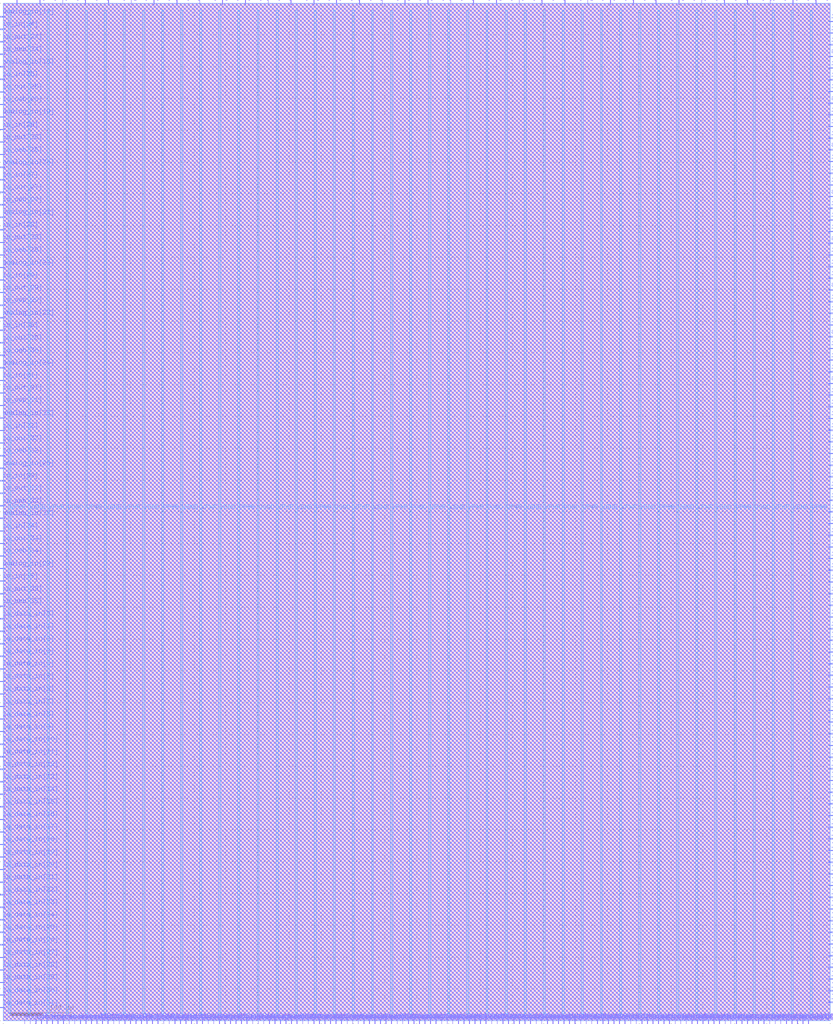
<source format=lef>
VERSION 5.7 ;
  NOWIREEXTENSIONATPIN ON ;
  DIVIDERCHAR "/" ;
  BUSBITCHARS "[]" ;
MACRO user_project
  CLASS BLOCK ;
  FOREIGN user_project ;
  ORIGIN 0.000 0.000 ;
  SIZE 1300.000 BY 1600.000 ;
  PIN VGND
    DIRECTION INOUT ;
    USE GROUND ;
    PORT
      LAYER met4 ;
        RECT 38.970 10.880 42.070 1588.480 ;
    END
    PORT
      LAYER met4 ;
        RECT 98.970 10.880 102.070 1588.480 ;
    END
    PORT
      LAYER met4 ;
        RECT 158.970 10.880 162.070 1588.480 ;
    END
    PORT
      LAYER met4 ;
        RECT 218.970 10.880 222.070 1588.480 ;
    END
    PORT
      LAYER met4 ;
        RECT 278.970 10.880 282.070 1588.480 ;
    END
    PORT
      LAYER met4 ;
        RECT 338.970 10.880 342.070 1588.480 ;
    END
    PORT
      LAYER met4 ;
        RECT 398.970 10.880 402.070 1588.480 ;
    END
    PORT
      LAYER met4 ;
        RECT 458.970 10.880 462.070 1588.480 ;
    END
    PORT
      LAYER met4 ;
        RECT 518.970 10.880 522.070 1588.480 ;
    END
    PORT
      LAYER met4 ;
        RECT 578.970 10.880 582.070 1588.480 ;
    END
    PORT
      LAYER met4 ;
        RECT 638.970 10.880 642.070 1588.480 ;
    END
    PORT
      LAYER met4 ;
        RECT 698.970 10.880 702.070 1588.480 ;
    END
    PORT
      LAYER met4 ;
        RECT 758.970 10.880 762.070 1588.480 ;
    END
    PORT
      LAYER met4 ;
        RECT 818.970 10.880 822.070 1588.480 ;
    END
    PORT
      LAYER met4 ;
        RECT 878.970 10.880 882.070 1588.480 ;
    END
    PORT
      LAYER met4 ;
        RECT 938.970 10.880 942.070 1588.480 ;
    END
    PORT
      LAYER met4 ;
        RECT 998.970 10.880 1002.070 1588.480 ;
    END
    PORT
      LAYER met4 ;
        RECT 1058.970 10.880 1062.070 1588.480 ;
    END
    PORT
      LAYER met4 ;
        RECT 1118.970 10.880 1122.070 1588.480 ;
    END
    PORT
      LAYER met4 ;
        RECT 1178.970 10.880 1182.070 1588.480 ;
    END
    PORT
      LAYER met4 ;
        RECT 1238.970 10.880 1242.070 1588.480 ;
    END
  END VGND
  PIN VPWR
    DIRECTION INOUT ;
    USE POWER ;
    PORT
      LAYER met4 ;
        RECT 8.970 10.880 12.070 1588.480 ;
    END
    PORT
      LAYER met4 ;
        RECT 68.970 10.880 72.070 1588.480 ;
    END
    PORT
      LAYER met4 ;
        RECT 128.970 10.880 132.070 1588.480 ;
    END
    PORT
      LAYER met4 ;
        RECT 188.970 10.880 192.070 1588.480 ;
    END
    PORT
      LAYER met4 ;
        RECT 248.970 10.880 252.070 1588.480 ;
    END
    PORT
      LAYER met4 ;
        RECT 308.970 10.880 312.070 1588.480 ;
    END
    PORT
      LAYER met4 ;
        RECT 368.970 10.880 372.070 1588.480 ;
    END
    PORT
      LAYER met4 ;
        RECT 428.970 10.880 432.070 1588.480 ;
    END
    PORT
      LAYER met4 ;
        RECT 488.970 10.880 492.070 1588.480 ;
    END
    PORT
      LAYER met4 ;
        RECT 548.970 10.880 552.070 1588.480 ;
    END
    PORT
      LAYER met4 ;
        RECT 608.970 10.880 612.070 1588.480 ;
    END
    PORT
      LAYER met4 ;
        RECT 668.970 10.880 672.070 1588.480 ;
    END
    PORT
      LAYER met4 ;
        RECT 728.970 10.880 732.070 1588.480 ;
    END
    PORT
      LAYER met4 ;
        RECT 788.970 10.880 792.070 1588.480 ;
    END
    PORT
      LAYER met4 ;
        RECT 848.970 10.880 852.070 1588.480 ;
    END
    PORT
      LAYER met4 ;
        RECT 908.970 10.880 912.070 1588.480 ;
    END
    PORT
      LAYER met4 ;
        RECT 968.970 10.880 972.070 1588.480 ;
    END
    PORT
      LAYER met4 ;
        RECT 1028.970 10.880 1032.070 1588.480 ;
    END
    PORT
      LAYER met4 ;
        RECT 1088.970 10.880 1092.070 1588.480 ;
    END
    PORT
      LAYER met4 ;
        RECT 1148.970 10.880 1152.070 1588.480 ;
    END
    PORT
      LAYER met4 ;
        RECT 1208.970 10.880 1212.070 1588.480 ;
    END
    PORT
      LAYER met4 ;
        RECT 1268.970 10.880 1272.070 1588.480 ;
    END
  END VPWR
  PIN analog_io[0]
    DIRECTION INOUT ;
    USE SIGNAL ;
    PORT
      LAYER met3 ;
        RECT 1297.600 1001.380 1304.800 1002.580 ;
    END
  END analog_io[0]
  PIN analog_io[10]
    DIRECTION INOUT ;
    USE SIGNAL ;
    PORT
      LAYER met2 ;
        RECT 990.330 1597.600 990.890 1604.800 ;
    END
  END analog_io[10]
  PIN analog_io[11]
    DIRECTION INOUT ;
    USE SIGNAL ;
    PORT
      LAYER met2 ;
        RECT 846.810 1597.600 847.370 1604.800 ;
    END
  END analog_io[11]
  PIN analog_io[12]
    DIRECTION INOUT ;
    USE SIGNAL ;
    PORT
      LAYER met2 ;
        RECT 703.290 1597.600 703.850 1604.800 ;
    END
  END analog_io[12]
  PIN analog_io[13]
    DIRECTION INOUT ;
    USE SIGNAL ;
    PORT
      LAYER met2 ;
        RECT 559.770 1597.600 560.330 1604.800 ;
    END
  END analog_io[13]
  PIN analog_io[14]
    DIRECTION INOUT ;
    USE SIGNAL ;
    PORT
      LAYER met2 ;
        RECT 416.250 1597.600 416.810 1604.800 ;
    END
  END analog_io[14]
  PIN analog_io[15]
    DIRECTION INOUT ;
    USE SIGNAL ;
    PORT
      LAYER met2 ;
        RECT 272.730 1597.600 273.290 1604.800 ;
    END
  END analog_io[15]
  PIN analog_io[16]
    DIRECTION INOUT ;
    USE SIGNAL ;
    PORT
      LAYER met2 ;
        RECT 129.210 1597.600 129.770 1604.800 ;
    END
  END analog_io[16]
  PIN analog_io[17]
    DIRECTION INOUT ;
    USE SIGNAL ;
    PORT
      LAYER met3 ;
        RECT -4.800 1578.020 2.400 1579.220 ;
    END
  END analog_io[17]
  PIN analog_io[18]
    DIRECTION INOUT ;
    USE SIGNAL ;
    PORT
      LAYER met3 ;
        RECT -4.800 1499.140 2.400 1500.340 ;
    END
  END analog_io[18]
  PIN analog_io[19]
    DIRECTION INOUT ;
    USE SIGNAL ;
    PORT
      LAYER met3 ;
        RECT -4.800 1420.260 2.400 1421.460 ;
    END
  END analog_io[19]
  PIN analog_io[1]
    DIRECTION INOUT ;
    USE SIGNAL ;
    PORT
      LAYER met3 ;
        RECT 1297.600 1074.820 1304.800 1076.020 ;
    END
  END analog_io[1]
  PIN analog_io[20]
    DIRECTION INOUT ;
    USE SIGNAL ;
    PORT
      LAYER met3 ;
        RECT -4.800 1341.380 2.400 1342.580 ;
    END
  END analog_io[20]
  PIN analog_io[21]
    DIRECTION INOUT ;
    USE SIGNAL ;
    PORT
      LAYER met3 ;
        RECT -4.800 1262.500 2.400 1263.700 ;
    END
  END analog_io[21]
  PIN analog_io[22]
    DIRECTION INOUT ;
    USE SIGNAL ;
    PORT
      LAYER met3 ;
        RECT -4.800 1183.620 2.400 1184.820 ;
    END
  END analog_io[22]
  PIN analog_io[23]
    DIRECTION INOUT ;
    USE SIGNAL ;
    PORT
      LAYER met3 ;
        RECT -4.800 1104.740 2.400 1105.940 ;
    END
  END analog_io[23]
  PIN analog_io[24]
    DIRECTION INOUT ;
    USE SIGNAL ;
    PORT
      LAYER met3 ;
        RECT -4.800 1025.860 2.400 1027.060 ;
    END
  END analog_io[24]
  PIN analog_io[25]
    DIRECTION INOUT ;
    USE SIGNAL ;
    PORT
      LAYER met3 ;
        RECT -4.800 946.980 2.400 948.180 ;
    END
  END analog_io[25]
  PIN analog_io[26]
    DIRECTION INOUT ;
    USE SIGNAL ;
    PORT
      LAYER met3 ;
        RECT -4.800 868.100 2.400 869.300 ;
    END
  END analog_io[26]
  PIN analog_io[27]
    DIRECTION INOUT ;
    USE SIGNAL ;
    PORT
      LAYER met3 ;
        RECT -4.800 789.220 2.400 790.420 ;
    END
  END analog_io[27]
  PIN analog_io[28]
    DIRECTION INOUT ;
    USE SIGNAL ;
    PORT
      LAYER met3 ;
        RECT -4.800 710.340 2.400 711.540 ;
    END
  END analog_io[28]
  PIN analog_io[2]
    DIRECTION INOUT ;
    USE SIGNAL ;
    PORT
      LAYER met3 ;
        RECT 1297.600 1148.260 1304.800 1149.460 ;
    END
  END analog_io[2]
  PIN analog_io[3]
    DIRECTION INOUT ;
    USE SIGNAL ;
    PORT
      LAYER met3 ;
        RECT 1297.600 1221.700 1304.800 1222.900 ;
    END
  END analog_io[3]
  PIN analog_io[4]
    DIRECTION INOUT ;
    USE SIGNAL ;
    PORT
      LAYER met3 ;
        RECT 1297.600 1295.140 1304.800 1296.340 ;
    END
  END analog_io[4]
  PIN analog_io[5]
    DIRECTION INOUT ;
    USE SIGNAL ;
    PORT
      LAYER met3 ;
        RECT 1297.600 1368.580 1304.800 1369.780 ;
    END
  END analog_io[5]
  PIN analog_io[6]
    DIRECTION INOUT ;
    USE SIGNAL ;
    PORT
      LAYER met3 ;
        RECT 1297.600 1442.020 1304.800 1443.220 ;
    END
  END analog_io[6]
  PIN analog_io[7]
    DIRECTION INOUT ;
    USE SIGNAL ;
    PORT
      LAYER met3 ;
        RECT 1297.600 1515.460 1304.800 1516.660 ;
    END
  END analog_io[7]
  PIN analog_io[8]
    DIRECTION INOUT ;
    USE SIGNAL ;
    PORT
      LAYER met2 ;
        RECT 1277.370 1597.600 1277.930 1604.800 ;
    END
  END analog_io[8]
  PIN analog_io[9]
    DIRECTION INOUT ;
    USE SIGNAL ;
    PORT
      LAYER met2 ;
        RECT 1133.850 1597.600 1134.410 1604.800 ;
    END
  END analog_io[9]
  PIN io_in[0]
    DIRECTION INPUT ;
    USE SIGNAL ;
    PORT
      LAYER met3 ;
        RECT 1297.600 615.820 1304.800 617.020 ;
    END
  END io_in[0]
  PIN io_in[10]
    DIRECTION INPUT ;
    USE SIGNAL ;
    PORT
      LAYER met3 ;
        RECT 1297.600 1240.060 1304.800 1241.260 ;
    END
  END io_in[10]
  PIN io_in[11]
    DIRECTION INPUT ;
    USE SIGNAL ;
    PORT
      LAYER met3 ;
        RECT 1297.600 1313.500 1304.800 1314.700 ;
    END
  END io_in[11]
  PIN io_in[12]
    DIRECTION INPUT ;
    USE SIGNAL ;
    PORT
      LAYER met3 ;
        RECT 1297.600 1386.940 1304.800 1388.140 ;
    END
  END io_in[12]
  PIN io_in[13]
    DIRECTION INPUT ;
    USE SIGNAL ;
    PORT
      LAYER met3 ;
        RECT 1297.600 1460.380 1304.800 1461.580 ;
    END
  END io_in[13]
  PIN io_in[14]
    DIRECTION INPUT ;
    USE SIGNAL ;
    PORT
      LAYER met3 ;
        RECT 1297.600 1533.820 1304.800 1535.020 ;
    END
  END io_in[14]
  PIN io_in[15]
    DIRECTION INPUT ;
    USE SIGNAL ;
    PORT
      LAYER met2 ;
        RECT 1241.490 1597.600 1242.050 1604.800 ;
    END
  END io_in[15]
  PIN io_in[16]
    DIRECTION INPUT ;
    USE SIGNAL ;
    PORT
      LAYER met2 ;
        RECT 1097.970 1597.600 1098.530 1604.800 ;
    END
  END io_in[16]
  PIN io_in[17]
    DIRECTION INPUT ;
    USE SIGNAL ;
    PORT
      LAYER met2 ;
        RECT 954.450 1597.600 955.010 1604.800 ;
    END
  END io_in[17]
  PIN io_in[18]
    DIRECTION INPUT ;
    USE SIGNAL ;
    PORT
      LAYER met2 ;
        RECT 810.930 1597.600 811.490 1604.800 ;
    END
  END io_in[18]
  PIN io_in[19]
    DIRECTION INPUT ;
    USE SIGNAL ;
    PORT
      LAYER met2 ;
        RECT 667.410 1597.600 667.970 1604.800 ;
    END
  END io_in[19]
  PIN io_in[1]
    DIRECTION INPUT ;
    USE SIGNAL ;
    PORT
      LAYER met3 ;
        RECT 1297.600 670.900 1304.800 672.100 ;
    END
  END io_in[1]
  PIN io_in[20]
    DIRECTION INPUT ;
    USE SIGNAL ;
    PORT
      LAYER met2 ;
        RECT 523.890 1597.600 524.450 1604.800 ;
    END
  END io_in[20]
  PIN io_in[21]
    DIRECTION INPUT ;
    USE SIGNAL ;
    PORT
      LAYER met2 ;
        RECT 380.370 1597.600 380.930 1604.800 ;
    END
  END io_in[21]
  PIN io_in[22]
    DIRECTION INPUT ;
    USE SIGNAL ;
    PORT
      LAYER met2 ;
        RECT 236.850 1597.600 237.410 1604.800 ;
    END
  END io_in[22]
  PIN io_in[23]
    DIRECTION INPUT ;
    USE SIGNAL ;
    PORT
      LAYER met2 ;
        RECT 93.330 1597.600 93.890 1604.800 ;
    END
  END io_in[23]
  PIN io_in[24]
    DIRECTION INPUT ;
    USE SIGNAL ;
    PORT
      LAYER met3 ;
        RECT -4.800 1558.300 2.400 1559.500 ;
    END
  END io_in[24]
  PIN io_in[25]
    DIRECTION INPUT ;
    USE SIGNAL ;
    PORT
      LAYER met3 ;
        RECT -4.800 1479.420 2.400 1480.620 ;
    END
  END io_in[25]
  PIN io_in[26]
    DIRECTION INPUT ;
    USE SIGNAL ;
    PORT
      LAYER met3 ;
        RECT -4.800 1400.540 2.400 1401.740 ;
    END
  END io_in[26]
  PIN io_in[27]
    DIRECTION INPUT ;
    USE SIGNAL ;
    PORT
      LAYER met3 ;
        RECT -4.800 1321.660 2.400 1322.860 ;
    END
  END io_in[27]
  PIN io_in[28]
    DIRECTION INPUT ;
    USE SIGNAL ;
    PORT
      LAYER met3 ;
        RECT -4.800 1242.780 2.400 1243.980 ;
    END
  END io_in[28]
  PIN io_in[29]
    DIRECTION INPUT ;
    USE SIGNAL ;
    PORT
      LAYER met3 ;
        RECT -4.800 1163.900 2.400 1165.100 ;
    END
  END io_in[29]
  PIN io_in[2]
    DIRECTION INPUT ;
    USE SIGNAL ;
    PORT
      LAYER met3 ;
        RECT 1297.600 725.980 1304.800 727.180 ;
    END
  END io_in[2]
  PIN io_in[30]
    DIRECTION INPUT ;
    USE SIGNAL ;
    PORT
      LAYER met3 ;
        RECT -4.800 1085.020 2.400 1086.220 ;
    END
  END io_in[30]
  PIN io_in[31]
    DIRECTION INPUT ;
    USE SIGNAL ;
    PORT
      LAYER met3 ;
        RECT -4.800 1006.140 2.400 1007.340 ;
    END
  END io_in[31]
  PIN io_in[32]
    DIRECTION INPUT ;
    USE SIGNAL ;
    PORT
      LAYER met3 ;
        RECT -4.800 927.260 2.400 928.460 ;
    END
  END io_in[32]
  PIN io_in[33]
    DIRECTION INPUT ;
    USE SIGNAL ;
    PORT
      LAYER met3 ;
        RECT -4.800 848.380 2.400 849.580 ;
    END
  END io_in[33]
  PIN io_in[34]
    DIRECTION INPUT ;
    USE SIGNAL ;
    PORT
      LAYER met3 ;
        RECT -4.800 769.500 2.400 770.700 ;
    END
  END io_in[34]
  PIN io_in[35]
    DIRECTION INPUT ;
    USE SIGNAL ;
    PORT
      LAYER met3 ;
        RECT -4.800 690.620 2.400 691.820 ;
    END
  END io_in[35]
  PIN io_in[3]
    DIRECTION INPUT ;
    USE SIGNAL ;
    PORT
      LAYER met3 ;
        RECT 1297.600 781.060 1304.800 782.260 ;
    END
  END io_in[3]
  PIN io_in[4]
    DIRECTION INPUT ;
    USE SIGNAL ;
    PORT
      LAYER met3 ;
        RECT 1297.600 836.140 1304.800 837.340 ;
    END
  END io_in[4]
  PIN io_in[5]
    DIRECTION INPUT ;
    USE SIGNAL ;
    PORT
      LAYER met3 ;
        RECT 1297.600 891.220 1304.800 892.420 ;
    END
  END io_in[5]
  PIN io_in[6]
    DIRECTION INPUT ;
    USE SIGNAL ;
    PORT
      LAYER met3 ;
        RECT 1297.600 946.300 1304.800 947.500 ;
    END
  END io_in[6]
  PIN io_in[7]
    DIRECTION INPUT ;
    USE SIGNAL ;
    PORT
      LAYER met3 ;
        RECT 1297.600 1019.740 1304.800 1020.940 ;
    END
  END io_in[7]
  PIN io_in[8]
    DIRECTION INPUT ;
    USE SIGNAL ;
    PORT
      LAYER met3 ;
        RECT 1297.600 1093.180 1304.800 1094.380 ;
    END
  END io_in[8]
  PIN io_in[9]
    DIRECTION INPUT ;
    USE SIGNAL ;
    PORT
      LAYER met3 ;
        RECT 1297.600 1166.620 1304.800 1167.820 ;
    END
  END io_in[9]
  PIN io_oeb[0]
    DIRECTION OUTPUT TRISTATE ;
    USE SIGNAL ;
    PORT
      LAYER met3 ;
        RECT 1297.600 652.540 1304.800 653.740 ;
    END
  END io_oeb[0]
  PIN io_oeb[10]
    DIRECTION OUTPUT TRISTATE ;
    USE SIGNAL ;
    PORT
      LAYER met3 ;
        RECT 1297.600 1276.780 1304.800 1277.980 ;
    END
  END io_oeb[10]
  PIN io_oeb[11]
    DIRECTION OUTPUT TRISTATE ;
    USE SIGNAL ;
    PORT
      LAYER met3 ;
        RECT 1297.600 1350.220 1304.800 1351.420 ;
    END
  END io_oeb[11]
  PIN io_oeb[12]
    DIRECTION OUTPUT TRISTATE ;
    USE SIGNAL ;
    PORT
      LAYER met3 ;
        RECT 1297.600 1423.660 1304.800 1424.860 ;
    END
  END io_oeb[12]
  PIN io_oeb[13]
    DIRECTION OUTPUT TRISTATE ;
    USE SIGNAL ;
    PORT
      LAYER met3 ;
        RECT 1297.600 1497.100 1304.800 1498.300 ;
    END
  END io_oeb[13]
  PIN io_oeb[14]
    DIRECTION OUTPUT TRISTATE ;
    USE SIGNAL ;
    PORT
      LAYER met3 ;
        RECT 1297.600 1570.540 1304.800 1571.740 ;
    END
  END io_oeb[14]
  PIN io_oeb[15]
    DIRECTION OUTPUT TRISTATE ;
    USE SIGNAL ;
    PORT
      LAYER met2 ;
        RECT 1169.730 1597.600 1170.290 1604.800 ;
    END
  END io_oeb[15]
  PIN io_oeb[16]
    DIRECTION OUTPUT TRISTATE ;
    USE SIGNAL ;
    PORT
      LAYER met2 ;
        RECT 1026.210 1597.600 1026.770 1604.800 ;
    END
  END io_oeb[16]
  PIN io_oeb[17]
    DIRECTION OUTPUT TRISTATE ;
    USE SIGNAL ;
    PORT
      LAYER met2 ;
        RECT 882.690 1597.600 883.250 1604.800 ;
    END
  END io_oeb[17]
  PIN io_oeb[18]
    DIRECTION OUTPUT TRISTATE ;
    USE SIGNAL ;
    PORT
      LAYER met2 ;
        RECT 739.170 1597.600 739.730 1604.800 ;
    END
  END io_oeb[18]
  PIN io_oeb[19]
    DIRECTION OUTPUT TRISTATE ;
    USE SIGNAL ;
    PORT
      LAYER met2 ;
        RECT 595.650 1597.600 596.210 1604.800 ;
    END
  END io_oeb[19]
  PIN io_oeb[1]
    DIRECTION OUTPUT TRISTATE ;
    USE SIGNAL ;
    PORT
      LAYER met3 ;
        RECT 1297.600 707.620 1304.800 708.820 ;
    END
  END io_oeb[1]
  PIN io_oeb[20]
    DIRECTION OUTPUT TRISTATE ;
    USE SIGNAL ;
    PORT
      LAYER met2 ;
        RECT 452.130 1597.600 452.690 1604.800 ;
    END
  END io_oeb[20]
  PIN io_oeb[21]
    DIRECTION OUTPUT TRISTATE ;
    USE SIGNAL ;
    PORT
      LAYER met2 ;
        RECT 308.610 1597.600 309.170 1604.800 ;
    END
  END io_oeb[21]
  PIN io_oeb[22]
    DIRECTION OUTPUT TRISTATE ;
    USE SIGNAL ;
    PORT
      LAYER met2 ;
        RECT 165.090 1597.600 165.650 1604.800 ;
    END
  END io_oeb[22]
  PIN io_oeb[23]
    DIRECTION OUTPUT TRISTATE ;
    USE SIGNAL ;
    PORT
      LAYER met2 ;
        RECT 21.570 1597.600 22.130 1604.800 ;
    END
  END io_oeb[23]
  PIN io_oeb[24]
    DIRECTION OUTPUT TRISTATE ;
    USE SIGNAL ;
    PORT
      LAYER met3 ;
        RECT -4.800 1518.860 2.400 1520.060 ;
    END
  END io_oeb[24]
  PIN io_oeb[25]
    DIRECTION OUTPUT TRISTATE ;
    USE SIGNAL ;
    PORT
      LAYER met3 ;
        RECT -4.800 1439.980 2.400 1441.180 ;
    END
  END io_oeb[25]
  PIN io_oeb[26]
    DIRECTION OUTPUT TRISTATE ;
    USE SIGNAL ;
    PORT
      LAYER met3 ;
        RECT -4.800 1361.100 2.400 1362.300 ;
    END
  END io_oeb[26]
  PIN io_oeb[27]
    DIRECTION OUTPUT TRISTATE ;
    USE SIGNAL ;
    PORT
      LAYER met3 ;
        RECT -4.800 1282.220 2.400 1283.420 ;
    END
  END io_oeb[27]
  PIN io_oeb[28]
    DIRECTION OUTPUT TRISTATE ;
    USE SIGNAL ;
    PORT
      LAYER met3 ;
        RECT -4.800 1203.340 2.400 1204.540 ;
    END
  END io_oeb[28]
  PIN io_oeb[29]
    DIRECTION OUTPUT TRISTATE ;
    USE SIGNAL ;
    PORT
      LAYER met3 ;
        RECT -4.800 1124.460 2.400 1125.660 ;
    END
  END io_oeb[29]
  PIN io_oeb[2]
    DIRECTION OUTPUT TRISTATE ;
    USE SIGNAL ;
    PORT
      LAYER met3 ;
        RECT 1297.600 762.700 1304.800 763.900 ;
    END
  END io_oeb[2]
  PIN io_oeb[30]
    DIRECTION OUTPUT TRISTATE ;
    USE SIGNAL ;
    PORT
      LAYER met3 ;
        RECT -4.800 1045.580 2.400 1046.780 ;
    END
  END io_oeb[30]
  PIN io_oeb[31]
    DIRECTION OUTPUT TRISTATE ;
    USE SIGNAL ;
    PORT
      LAYER met3 ;
        RECT -4.800 966.700 2.400 967.900 ;
    END
  END io_oeb[31]
  PIN io_oeb[32]
    DIRECTION OUTPUT TRISTATE ;
    USE SIGNAL ;
    PORT
      LAYER met3 ;
        RECT -4.800 887.820 2.400 889.020 ;
    END
  END io_oeb[32]
  PIN io_oeb[33]
    DIRECTION OUTPUT TRISTATE ;
    USE SIGNAL ;
    PORT
      LAYER met3 ;
        RECT -4.800 808.940 2.400 810.140 ;
    END
  END io_oeb[33]
  PIN io_oeb[34]
    DIRECTION OUTPUT TRISTATE ;
    USE SIGNAL ;
    PORT
      LAYER met3 ;
        RECT -4.800 730.060 2.400 731.260 ;
    END
  END io_oeb[34]
  PIN io_oeb[35]
    DIRECTION OUTPUT TRISTATE ;
    USE SIGNAL ;
    PORT
      LAYER met3 ;
        RECT -4.800 651.180 2.400 652.380 ;
    END
  END io_oeb[35]
  PIN io_oeb[3]
    DIRECTION OUTPUT TRISTATE ;
    USE SIGNAL ;
    PORT
      LAYER met3 ;
        RECT 1297.600 817.780 1304.800 818.980 ;
    END
  END io_oeb[3]
  PIN io_oeb[4]
    DIRECTION OUTPUT TRISTATE ;
    USE SIGNAL ;
    PORT
      LAYER met3 ;
        RECT 1297.600 872.860 1304.800 874.060 ;
    END
  END io_oeb[4]
  PIN io_oeb[5]
    DIRECTION OUTPUT TRISTATE ;
    USE SIGNAL ;
    PORT
      LAYER met3 ;
        RECT 1297.600 927.940 1304.800 929.140 ;
    END
  END io_oeb[5]
  PIN io_oeb[6]
    DIRECTION OUTPUT TRISTATE ;
    USE SIGNAL ;
    PORT
      LAYER met3 ;
        RECT 1297.600 983.020 1304.800 984.220 ;
    END
  END io_oeb[6]
  PIN io_oeb[7]
    DIRECTION OUTPUT TRISTATE ;
    USE SIGNAL ;
    PORT
      LAYER met3 ;
        RECT 1297.600 1056.460 1304.800 1057.660 ;
    END
  END io_oeb[7]
  PIN io_oeb[8]
    DIRECTION OUTPUT TRISTATE ;
    USE SIGNAL ;
    PORT
      LAYER met3 ;
        RECT 1297.600 1129.900 1304.800 1131.100 ;
    END
  END io_oeb[8]
  PIN io_oeb[9]
    DIRECTION OUTPUT TRISTATE ;
    USE SIGNAL ;
    PORT
      LAYER met3 ;
        RECT 1297.600 1203.340 1304.800 1204.540 ;
    END
  END io_oeb[9]
  PIN io_out[0]
    DIRECTION OUTPUT TRISTATE ;
    USE SIGNAL ;
    PORT
      LAYER met3 ;
        RECT 1297.600 634.180 1304.800 635.380 ;
    END
  END io_out[0]
  PIN io_out[10]
    DIRECTION OUTPUT TRISTATE ;
    USE SIGNAL ;
    PORT
      LAYER met3 ;
        RECT 1297.600 1258.420 1304.800 1259.620 ;
    END
  END io_out[10]
  PIN io_out[11]
    DIRECTION OUTPUT TRISTATE ;
    USE SIGNAL ;
    PORT
      LAYER met3 ;
        RECT 1297.600 1331.860 1304.800 1333.060 ;
    END
  END io_out[11]
  PIN io_out[12]
    DIRECTION OUTPUT TRISTATE ;
    USE SIGNAL ;
    PORT
      LAYER met3 ;
        RECT 1297.600 1405.300 1304.800 1406.500 ;
    END
  END io_out[12]
  PIN io_out[13]
    DIRECTION OUTPUT TRISTATE ;
    USE SIGNAL ;
    PORT
      LAYER met3 ;
        RECT 1297.600 1478.740 1304.800 1479.940 ;
    END
  END io_out[13]
  PIN io_out[14]
    DIRECTION OUTPUT TRISTATE ;
    USE SIGNAL ;
    PORT
      LAYER met3 ;
        RECT 1297.600 1552.180 1304.800 1553.380 ;
    END
  END io_out[14]
  PIN io_out[15]
    DIRECTION OUTPUT TRISTATE ;
    USE SIGNAL ;
    PORT
      LAYER met2 ;
        RECT 1205.610 1597.600 1206.170 1604.800 ;
    END
  END io_out[15]
  PIN io_out[16]
    DIRECTION OUTPUT TRISTATE ;
    USE SIGNAL ;
    PORT
      LAYER met2 ;
        RECT 1062.090 1597.600 1062.650 1604.800 ;
    END
  END io_out[16]
  PIN io_out[17]
    DIRECTION OUTPUT TRISTATE ;
    USE SIGNAL ;
    PORT
      LAYER met2 ;
        RECT 918.570 1597.600 919.130 1604.800 ;
    END
  END io_out[17]
  PIN io_out[18]
    DIRECTION OUTPUT TRISTATE ;
    USE SIGNAL ;
    PORT
      LAYER met2 ;
        RECT 775.050 1597.600 775.610 1604.800 ;
    END
  END io_out[18]
  PIN io_out[19]
    DIRECTION OUTPUT TRISTATE ;
    USE SIGNAL ;
    PORT
      LAYER met2 ;
        RECT 631.530 1597.600 632.090 1604.800 ;
    END
  END io_out[19]
  PIN io_out[1]
    DIRECTION OUTPUT TRISTATE ;
    USE SIGNAL ;
    PORT
      LAYER met3 ;
        RECT 1297.600 689.260 1304.800 690.460 ;
    END
  END io_out[1]
  PIN io_out[20]
    DIRECTION OUTPUT TRISTATE ;
    USE SIGNAL ;
    PORT
      LAYER met2 ;
        RECT 488.010 1597.600 488.570 1604.800 ;
    END
  END io_out[20]
  PIN io_out[21]
    DIRECTION OUTPUT TRISTATE ;
    USE SIGNAL ;
    PORT
      LAYER met2 ;
        RECT 344.490 1597.600 345.050 1604.800 ;
    END
  END io_out[21]
  PIN io_out[22]
    DIRECTION OUTPUT TRISTATE ;
    USE SIGNAL ;
    PORT
      LAYER met2 ;
        RECT 200.970 1597.600 201.530 1604.800 ;
    END
  END io_out[22]
  PIN io_out[23]
    DIRECTION OUTPUT TRISTATE ;
    USE SIGNAL ;
    PORT
      LAYER met2 ;
        RECT 57.450 1597.600 58.010 1604.800 ;
    END
  END io_out[23]
  PIN io_out[24]
    DIRECTION OUTPUT TRISTATE ;
    USE SIGNAL ;
    PORT
      LAYER met3 ;
        RECT -4.800 1538.580 2.400 1539.780 ;
    END
  END io_out[24]
  PIN io_out[25]
    DIRECTION OUTPUT TRISTATE ;
    USE SIGNAL ;
    PORT
      LAYER met3 ;
        RECT -4.800 1459.700 2.400 1460.900 ;
    END
  END io_out[25]
  PIN io_out[26]
    DIRECTION OUTPUT TRISTATE ;
    USE SIGNAL ;
    PORT
      LAYER met3 ;
        RECT -4.800 1380.820 2.400 1382.020 ;
    END
  END io_out[26]
  PIN io_out[27]
    DIRECTION OUTPUT TRISTATE ;
    USE SIGNAL ;
    PORT
      LAYER met3 ;
        RECT -4.800 1301.940 2.400 1303.140 ;
    END
  END io_out[27]
  PIN io_out[28]
    DIRECTION OUTPUT TRISTATE ;
    USE SIGNAL ;
    PORT
      LAYER met3 ;
        RECT -4.800 1223.060 2.400 1224.260 ;
    END
  END io_out[28]
  PIN io_out[29]
    DIRECTION OUTPUT TRISTATE ;
    USE SIGNAL ;
    PORT
      LAYER met3 ;
        RECT -4.800 1144.180 2.400 1145.380 ;
    END
  END io_out[29]
  PIN io_out[2]
    DIRECTION OUTPUT TRISTATE ;
    USE SIGNAL ;
    PORT
      LAYER met3 ;
        RECT 1297.600 744.340 1304.800 745.540 ;
    END
  END io_out[2]
  PIN io_out[30]
    DIRECTION OUTPUT TRISTATE ;
    USE SIGNAL ;
    PORT
      LAYER met3 ;
        RECT -4.800 1065.300 2.400 1066.500 ;
    END
  END io_out[30]
  PIN io_out[31]
    DIRECTION OUTPUT TRISTATE ;
    USE SIGNAL ;
    PORT
      LAYER met3 ;
        RECT -4.800 986.420 2.400 987.620 ;
    END
  END io_out[31]
  PIN io_out[32]
    DIRECTION OUTPUT TRISTATE ;
    USE SIGNAL ;
    PORT
      LAYER met3 ;
        RECT -4.800 907.540 2.400 908.740 ;
    END
  END io_out[32]
  PIN io_out[33]
    DIRECTION OUTPUT TRISTATE ;
    USE SIGNAL ;
    PORT
      LAYER met3 ;
        RECT -4.800 828.660 2.400 829.860 ;
    END
  END io_out[33]
  PIN io_out[34]
    DIRECTION OUTPUT TRISTATE ;
    USE SIGNAL ;
    PORT
      LAYER met3 ;
        RECT -4.800 749.780 2.400 750.980 ;
    END
  END io_out[34]
  PIN io_out[35]
    DIRECTION OUTPUT TRISTATE ;
    USE SIGNAL ;
    PORT
      LAYER met3 ;
        RECT -4.800 670.900 2.400 672.100 ;
    END
  END io_out[35]
  PIN io_out[3]
    DIRECTION OUTPUT TRISTATE ;
    USE SIGNAL ;
    PORT
      LAYER met3 ;
        RECT 1297.600 799.420 1304.800 800.620 ;
    END
  END io_out[3]
  PIN io_out[4]
    DIRECTION OUTPUT TRISTATE ;
    USE SIGNAL ;
    PORT
      LAYER met3 ;
        RECT 1297.600 854.500 1304.800 855.700 ;
    END
  END io_out[4]
  PIN io_out[5]
    DIRECTION OUTPUT TRISTATE ;
    USE SIGNAL ;
    PORT
      LAYER met3 ;
        RECT 1297.600 909.580 1304.800 910.780 ;
    END
  END io_out[5]
  PIN io_out[6]
    DIRECTION OUTPUT TRISTATE ;
    USE SIGNAL ;
    PORT
      LAYER met3 ;
        RECT 1297.600 964.660 1304.800 965.860 ;
    END
  END io_out[6]
  PIN io_out[7]
    DIRECTION OUTPUT TRISTATE ;
    USE SIGNAL ;
    PORT
      LAYER met3 ;
        RECT 1297.600 1038.100 1304.800 1039.300 ;
    END
  END io_out[7]
  PIN io_out[8]
    DIRECTION OUTPUT TRISTATE ;
    USE SIGNAL ;
    PORT
      LAYER met3 ;
        RECT 1297.600 1111.540 1304.800 1112.740 ;
    END
  END io_out[8]
  PIN io_out[9]
    DIRECTION OUTPUT TRISTATE ;
    USE SIGNAL ;
    PORT
      LAYER met3 ;
        RECT 1297.600 1184.980 1304.800 1186.180 ;
    END
  END io_out[9]
  PIN la_data_in[0]
    DIRECTION INPUT ;
    USE SIGNAL ;
    PORT
      LAYER met3 ;
        RECT -4.800 631.460 2.400 632.660 ;
    END
  END la_data_in[0]
  PIN la_data_in[10]
    DIRECTION INPUT ;
    USE SIGNAL ;
    PORT
      LAYER met3 ;
        RECT -4.800 434.260 2.400 435.460 ;
    END
  END la_data_in[10]
  PIN la_data_in[11]
    DIRECTION INPUT ;
    USE SIGNAL ;
    PORT
      LAYER met3 ;
        RECT -4.800 414.540 2.400 415.740 ;
    END
  END la_data_in[11]
  PIN la_data_in[12]
    DIRECTION INPUT ;
    USE SIGNAL ;
    PORT
      LAYER met3 ;
        RECT -4.800 394.820 2.400 396.020 ;
    END
  END la_data_in[12]
  PIN la_data_in[13]
    DIRECTION INPUT ;
    USE SIGNAL ;
    PORT
      LAYER met3 ;
        RECT -4.800 375.100 2.400 376.300 ;
    END
  END la_data_in[13]
  PIN la_data_in[14]
    DIRECTION INPUT ;
    USE SIGNAL ;
    PORT
      LAYER met3 ;
        RECT -4.800 355.380 2.400 356.580 ;
    END
  END la_data_in[14]
  PIN la_data_in[15]
    DIRECTION INPUT ;
    USE SIGNAL ;
    PORT
      LAYER met3 ;
        RECT -4.800 335.660 2.400 336.860 ;
    END
  END la_data_in[15]
  PIN la_data_in[16]
    DIRECTION INPUT ;
    USE SIGNAL ;
    PORT
      LAYER met3 ;
        RECT -4.800 315.940 2.400 317.140 ;
    END
  END la_data_in[16]
  PIN la_data_in[17]
    DIRECTION INPUT ;
    USE SIGNAL ;
    PORT
      LAYER met3 ;
        RECT -4.800 296.220 2.400 297.420 ;
    END
  END la_data_in[17]
  PIN la_data_in[18]
    DIRECTION INPUT ;
    USE SIGNAL ;
    PORT
      LAYER met3 ;
        RECT -4.800 276.500 2.400 277.700 ;
    END
  END la_data_in[18]
  PIN la_data_in[19]
    DIRECTION INPUT ;
    USE SIGNAL ;
    PORT
      LAYER met3 ;
        RECT -4.800 256.780 2.400 257.980 ;
    END
  END la_data_in[19]
  PIN la_data_in[1]
    DIRECTION INPUT ;
    USE SIGNAL ;
    PORT
      LAYER met3 ;
        RECT -4.800 611.740 2.400 612.940 ;
    END
  END la_data_in[1]
  PIN la_data_in[20]
    DIRECTION INPUT ;
    USE SIGNAL ;
    PORT
      LAYER met3 ;
        RECT -4.800 237.060 2.400 238.260 ;
    END
  END la_data_in[20]
  PIN la_data_in[21]
    DIRECTION INPUT ;
    USE SIGNAL ;
    PORT
      LAYER met3 ;
        RECT -4.800 217.340 2.400 218.540 ;
    END
  END la_data_in[21]
  PIN la_data_in[22]
    DIRECTION INPUT ;
    USE SIGNAL ;
    PORT
      LAYER met3 ;
        RECT -4.800 197.620 2.400 198.820 ;
    END
  END la_data_in[22]
  PIN la_data_in[23]
    DIRECTION INPUT ;
    USE SIGNAL ;
    PORT
      LAYER met3 ;
        RECT -4.800 177.900 2.400 179.100 ;
    END
  END la_data_in[23]
  PIN la_data_in[24]
    DIRECTION INPUT ;
    USE SIGNAL ;
    PORT
      LAYER met3 ;
        RECT -4.800 158.180 2.400 159.380 ;
    END
  END la_data_in[24]
  PIN la_data_in[25]
    DIRECTION INPUT ;
    USE SIGNAL ;
    PORT
      LAYER met3 ;
        RECT -4.800 138.460 2.400 139.660 ;
    END
  END la_data_in[25]
  PIN la_data_in[26]
    DIRECTION INPUT ;
    USE SIGNAL ;
    PORT
      LAYER met3 ;
        RECT -4.800 118.740 2.400 119.940 ;
    END
  END la_data_in[26]
  PIN la_data_in[27]
    DIRECTION INPUT ;
    USE SIGNAL ;
    PORT
      LAYER met3 ;
        RECT -4.800 99.020 2.400 100.220 ;
    END
  END la_data_in[27]
  PIN la_data_in[28]
    DIRECTION INPUT ;
    USE SIGNAL ;
    PORT
      LAYER met3 ;
        RECT -4.800 79.300 2.400 80.500 ;
    END
  END la_data_in[28]
  PIN la_data_in[29]
    DIRECTION INPUT ;
    USE SIGNAL ;
    PORT
      LAYER met3 ;
        RECT -4.800 59.580 2.400 60.780 ;
    END
  END la_data_in[29]
  PIN la_data_in[2]
    DIRECTION INPUT ;
    USE SIGNAL ;
    PORT
      LAYER met3 ;
        RECT -4.800 592.020 2.400 593.220 ;
    END
  END la_data_in[2]
  PIN la_data_in[30]
    DIRECTION INPUT ;
    USE SIGNAL ;
    PORT
      LAYER met3 ;
        RECT -4.800 39.860 2.400 41.060 ;
    END
  END la_data_in[30]
  PIN la_data_in[31]
    DIRECTION INPUT ;
    USE SIGNAL ;
    PORT
      LAYER met3 ;
        RECT -4.800 20.140 2.400 21.340 ;
    END
  END la_data_in[31]
  PIN la_data_in[3]
    DIRECTION INPUT ;
    USE SIGNAL ;
    PORT
      LAYER met3 ;
        RECT -4.800 572.300 2.400 573.500 ;
    END
  END la_data_in[3]
  PIN la_data_in[4]
    DIRECTION INPUT ;
    USE SIGNAL ;
    PORT
      LAYER met3 ;
        RECT -4.800 552.580 2.400 553.780 ;
    END
  END la_data_in[4]
  PIN la_data_in[5]
    DIRECTION INPUT ;
    USE SIGNAL ;
    PORT
      LAYER met3 ;
        RECT -4.800 532.860 2.400 534.060 ;
    END
  END la_data_in[5]
  PIN la_data_in[6]
    DIRECTION INPUT ;
    USE SIGNAL ;
    PORT
      LAYER met3 ;
        RECT -4.800 513.140 2.400 514.340 ;
    END
  END la_data_in[6]
  PIN la_data_in[7]
    DIRECTION INPUT ;
    USE SIGNAL ;
    PORT
      LAYER met3 ;
        RECT -4.800 493.420 2.400 494.620 ;
    END
  END la_data_in[7]
  PIN la_data_in[8]
    DIRECTION INPUT ;
    USE SIGNAL ;
    PORT
      LAYER met3 ;
        RECT -4.800 473.700 2.400 474.900 ;
    END
  END la_data_in[8]
  PIN la_data_in[9]
    DIRECTION INPUT ;
    USE SIGNAL ;
    PORT
      LAYER met3 ;
        RECT -4.800 453.980 2.400 455.180 ;
    END
  END la_data_in[9]
  PIN la_data_out[0]
    DIRECTION OUTPUT TRISTATE ;
    USE SIGNAL ;
    PORT
      LAYER met2 ;
        RECT 959.970 -4.800 960.530 2.400 ;
    END
  END la_data_out[0]
  PIN la_data_out[10]
    DIRECTION OUTPUT TRISTATE ;
    USE SIGNAL ;
    PORT
      LAYER met2 ;
        RECT 1047.370 -4.800 1047.930 2.400 ;
    END
  END la_data_out[10]
  PIN la_data_out[11]
    DIRECTION OUTPUT TRISTATE ;
    USE SIGNAL ;
    PORT
      LAYER met2 ;
        RECT 1056.110 -4.800 1056.670 2.400 ;
    END
  END la_data_out[11]
  PIN la_data_out[12]
    DIRECTION OUTPUT TRISTATE ;
    USE SIGNAL ;
    PORT
      LAYER met2 ;
        RECT 1064.850 -4.800 1065.410 2.400 ;
    END
  END la_data_out[12]
  PIN la_data_out[13]
    DIRECTION OUTPUT TRISTATE ;
    USE SIGNAL ;
    PORT
      LAYER met2 ;
        RECT 1073.590 -4.800 1074.150 2.400 ;
    END
  END la_data_out[13]
  PIN la_data_out[14]
    DIRECTION OUTPUT TRISTATE ;
    USE SIGNAL ;
    PORT
      LAYER met2 ;
        RECT 1082.330 -4.800 1082.890 2.400 ;
    END
  END la_data_out[14]
  PIN la_data_out[15]
    DIRECTION OUTPUT TRISTATE ;
    USE SIGNAL ;
    PORT
      LAYER met2 ;
        RECT 1091.070 -4.800 1091.630 2.400 ;
    END
  END la_data_out[15]
  PIN la_data_out[16]
    DIRECTION OUTPUT TRISTATE ;
    USE SIGNAL ;
    PORT
      LAYER met2 ;
        RECT 1099.810 -4.800 1100.370 2.400 ;
    END
  END la_data_out[16]
  PIN la_data_out[17]
    DIRECTION OUTPUT TRISTATE ;
    USE SIGNAL ;
    PORT
      LAYER met2 ;
        RECT 1108.550 -4.800 1109.110 2.400 ;
    END
  END la_data_out[17]
  PIN la_data_out[18]
    DIRECTION OUTPUT TRISTATE ;
    USE SIGNAL ;
    PORT
      LAYER met2 ;
        RECT 1117.290 -4.800 1117.850 2.400 ;
    END
  END la_data_out[18]
  PIN la_data_out[19]
    DIRECTION OUTPUT TRISTATE ;
    USE SIGNAL ;
    PORT
      LAYER met2 ;
        RECT 1126.030 -4.800 1126.590 2.400 ;
    END
  END la_data_out[19]
  PIN la_data_out[1]
    DIRECTION OUTPUT TRISTATE ;
    USE SIGNAL ;
    PORT
      LAYER met2 ;
        RECT 968.710 -4.800 969.270 2.400 ;
    END
  END la_data_out[1]
  PIN la_data_out[20]
    DIRECTION OUTPUT TRISTATE ;
    USE SIGNAL ;
    PORT
      LAYER met2 ;
        RECT 1134.770 -4.800 1135.330 2.400 ;
    END
  END la_data_out[20]
  PIN la_data_out[21]
    DIRECTION OUTPUT TRISTATE ;
    USE SIGNAL ;
    PORT
      LAYER met2 ;
        RECT 1143.510 -4.800 1144.070 2.400 ;
    END
  END la_data_out[21]
  PIN la_data_out[22]
    DIRECTION OUTPUT TRISTATE ;
    USE SIGNAL ;
    PORT
      LAYER met2 ;
        RECT 1152.250 -4.800 1152.810 2.400 ;
    END
  END la_data_out[22]
  PIN la_data_out[23]
    DIRECTION OUTPUT TRISTATE ;
    USE SIGNAL ;
    PORT
      LAYER met2 ;
        RECT 1160.990 -4.800 1161.550 2.400 ;
    END
  END la_data_out[23]
  PIN la_data_out[24]
    DIRECTION OUTPUT TRISTATE ;
    USE SIGNAL ;
    PORT
      LAYER met2 ;
        RECT 1169.730 -4.800 1170.290 2.400 ;
    END
  END la_data_out[24]
  PIN la_data_out[25]
    DIRECTION OUTPUT TRISTATE ;
    USE SIGNAL ;
    PORT
      LAYER met2 ;
        RECT 1178.470 -4.800 1179.030 2.400 ;
    END
  END la_data_out[25]
  PIN la_data_out[26]
    DIRECTION OUTPUT TRISTATE ;
    USE SIGNAL ;
    PORT
      LAYER met2 ;
        RECT 1187.210 -4.800 1187.770 2.400 ;
    END
  END la_data_out[26]
  PIN la_data_out[27]
    DIRECTION OUTPUT TRISTATE ;
    USE SIGNAL ;
    PORT
      LAYER met2 ;
        RECT 1195.950 -4.800 1196.510 2.400 ;
    END
  END la_data_out[27]
  PIN la_data_out[28]
    DIRECTION OUTPUT TRISTATE ;
    USE SIGNAL ;
    PORT
      LAYER met2 ;
        RECT 1204.690 -4.800 1205.250 2.400 ;
    END
  END la_data_out[28]
  PIN la_data_out[29]
    DIRECTION OUTPUT TRISTATE ;
    USE SIGNAL ;
    PORT
      LAYER met2 ;
        RECT 1213.430 -4.800 1213.990 2.400 ;
    END
  END la_data_out[29]
  PIN la_data_out[2]
    DIRECTION OUTPUT TRISTATE ;
    USE SIGNAL ;
    PORT
      LAYER met2 ;
        RECT 977.450 -4.800 978.010 2.400 ;
    END
  END la_data_out[2]
  PIN la_data_out[30]
    DIRECTION OUTPUT TRISTATE ;
    USE SIGNAL ;
    PORT
      LAYER met2 ;
        RECT 1222.170 -4.800 1222.730 2.400 ;
    END
  END la_data_out[30]
  PIN la_data_out[31]
    DIRECTION OUTPUT TRISTATE ;
    USE SIGNAL ;
    PORT
      LAYER met2 ;
        RECT 1230.910 -4.800 1231.470 2.400 ;
    END
  END la_data_out[31]
  PIN la_data_out[3]
    DIRECTION OUTPUT TRISTATE ;
    USE SIGNAL ;
    PORT
      LAYER met2 ;
        RECT 986.190 -4.800 986.750 2.400 ;
    END
  END la_data_out[3]
  PIN la_data_out[4]
    DIRECTION OUTPUT TRISTATE ;
    USE SIGNAL ;
    PORT
      LAYER met2 ;
        RECT 994.930 -4.800 995.490 2.400 ;
    END
  END la_data_out[4]
  PIN la_data_out[5]
    DIRECTION OUTPUT TRISTATE ;
    USE SIGNAL ;
    PORT
      LAYER met2 ;
        RECT 1003.670 -4.800 1004.230 2.400 ;
    END
  END la_data_out[5]
  PIN la_data_out[6]
    DIRECTION OUTPUT TRISTATE ;
    USE SIGNAL ;
    PORT
      LAYER met2 ;
        RECT 1012.410 -4.800 1012.970 2.400 ;
    END
  END la_data_out[6]
  PIN la_data_out[7]
    DIRECTION OUTPUT TRISTATE ;
    USE SIGNAL ;
    PORT
      LAYER met2 ;
        RECT 1021.150 -4.800 1021.710 2.400 ;
    END
  END la_data_out[7]
  PIN la_data_out[8]
    DIRECTION OUTPUT TRISTATE ;
    USE SIGNAL ;
    PORT
      LAYER met2 ;
        RECT 1029.890 -4.800 1030.450 2.400 ;
    END
  END la_data_out[8]
  PIN la_data_out[9]
    DIRECTION OUTPUT TRISTATE ;
    USE SIGNAL ;
    PORT
      LAYER met2 ;
        RECT 1038.630 -4.800 1039.190 2.400 ;
    END
  END la_data_out[9]
  PIN la_oenb[0]
    DIRECTION INPUT ;
    USE SIGNAL ;
    PORT
      LAYER met3 ;
        RECT 1297.600 28.300 1304.800 29.500 ;
    END
  END la_oenb[0]
  PIN la_oenb[10]
    DIRECTION INPUT ;
    USE SIGNAL ;
    PORT
      LAYER met3 ;
        RECT 1297.600 211.900 1304.800 213.100 ;
    END
  END la_oenb[10]
  PIN la_oenb[11]
    DIRECTION INPUT ;
    USE SIGNAL ;
    PORT
      LAYER met3 ;
        RECT 1297.600 230.260 1304.800 231.460 ;
    END
  END la_oenb[11]
  PIN la_oenb[12]
    DIRECTION INPUT ;
    USE SIGNAL ;
    PORT
      LAYER met3 ;
        RECT 1297.600 248.620 1304.800 249.820 ;
    END
  END la_oenb[12]
  PIN la_oenb[13]
    DIRECTION INPUT ;
    USE SIGNAL ;
    PORT
      LAYER met3 ;
        RECT 1297.600 266.980 1304.800 268.180 ;
    END
  END la_oenb[13]
  PIN la_oenb[14]
    DIRECTION INPUT ;
    USE SIGNAL ;
    PORT
      LAYER met3 ;
        RECT 1297.600 285.340 1304.800 286.540 ;
    END
  END la_oenb[14]
  PIN la_oenb[15]
    DIRECTION INPUT ;
    USE SIGNAL ;
    PORT
      LAYER met3 ;
        RECT 1297.600 303.700 1304.800 304.900 ;
    END
  END la_oenb[15]
  PIN la_oenb[16]
    DIRECTION INPUT ;
    USE SIGNAL ;
    PORT
      LAYER met3 ;
        RECT 1297.600 322.060 1304.800 323.260 ;
    END
  END la_oenb[16]
  PIN la_oenb[17]
    DIRECTION INPUT ;
    USE SIGNAL ;
    PORT
      LAYER met3 ;
        RECT 1297.600 340.420 1304.800 341.620 ;
    END
  END la_oenb[17]
  PIN la_oenb[18]
    DIRECTION INPUT ;
    USE SIGNAL ;
    PORT
      LAYER met3 ;
        RECT 1297.600 358.780 1304.800 359.980 ;
    END
  END la_oenb[18]
  PIN la_oenb[19]
    DIRECTION INPUT ;
    USE SIGNAL ;
    PORT
      LAYER met3 ;
        RECT 1297.600 377.140 1304.800 378.340 ;
    END
  END la_oenb[19]
  PIN la_oenb[1]
    DIRECTION INPUT ;
    USE SIGNAL ;
    PORT
      LAYER met3 ;
        RECT 1297.600 46.660 1304.800 47.860 ;
    END
  END la_oenb[1]
  PIN la_oenb[20]
    DIRECTION INPUT ;
    USE SIGNAL ;
    PORT
      LAYER met3 ;
        RECT 1297.600 395.500 1304.800 396.700 ;
    END
  END la_oenb[20]
  PIN la_oenb[21]
    DIRECTION INPUT ;
    USE SIGNAL ;
    PORT
      LAYER met3 ;
        RECT 1297.600 413.860 1304.800 415.060 ;
    END
  END la_oenb[21]
  PIN la_oenb[22]
    DIRECTION INPUT ;
    USE SIGNAL ;
    PORT
      LAYER met3 ;
        RECT 1297.600 432.220 1304.800 433.420 ;
    END
  END la_oenb[22]
  PIN la_oenb[23]
    DIRECTION INPUT ;
    USE SIGNAL ;
    PORT
      LAYER met3 ;
        RECT 1297.600 450.580 1304.800 451.780 ;
    END
  END la_oenb[23]
  PIN la_oenb[24]
    DIRECTION INPUT ;
    USE SIGNAL ;
    PORT
      LAYER met3 ;
        RECT 1297.600 468.940 1304.800 470.140 ;
    END
  END la_oenb[24]
  PIN la_oenb[25]
    DIRECTION INPUT ;
    USE SIGNAL ;
    PORT
      LAYER met3 ;
        RECT 1297.600 487.300 1304.800 488.500 ;
    END
  END la_oenb[25]
  PIN la_oenb[26]
    DIRECTION INPUT ;
    USE SIGNAL ;
    PORT
      LAYER met3 ;
        RECT 1297.600 505.660 1304.800 506.860 ;
    END
  END la_oenb[26]
  PIN la_oenb[27]
    DIRECTION INPUT ;
    USE SIGNAL ;
    PORT
      LAYER met3 ;
        RECT 1297.600 524.020 1304.800 525.220 ;
    END
  END la_oenb[27]
  PIN la_oenb[28]
    DIRECTION INPUT ;
    USE SIGNAL ;
    PORT
      LAYER met3 ;
        RECT 1297.600 542.380 1304.800 543.580 ;
    END
  END la_oenb[28]
  PIN la_oenb[29]
    DIRECTION INPUT ;
    USE SIGNAL ;
    PORT
      LAYER met3 ;
        RECT 1297.600 560.740 1304.800 561.940 ;
    END
  END la_oenb[29]
  PIN la_oenb[2]
    DIRECTION INPUT ;
    USE SIGNAL ;
    PORT
      LAYER met3 ;
        RECT 1297.600 65.020 1304.800 66.220 ;
    END
  END la_oenb[2]
  PIN la_oenb[30]
    DIRECTION INPUT ;
    USE SIGNAL ;
    PORT
      LAYER met3 ;
        RECT 1297.600 579.100 1304.800 580.300 ;
    END
  END la_oenb[30]
  PIN la_oenb[31]
    DIRECTION INPUT ;
    USE SIGNAL ;
    PORT
      LAYER met3 ;
        RECT 1297.600 597.460 1304.800 598.660 ;
    END
  END la_oenb[31]
  PIN la_oenb[3]
    DIRECTION INPUT ;
    USE SIGNAL ;
    PORT
      LAYER met3 ;
        RECT 1297.600 83.380 1304.800 84.580 ;
    END
  END la_oenb[3]
  PIN la_oenb[4]
    DIRECTION INPUT ;
    USE SIGNAL ;
    PORT
      LAYER met3 ;
        RECT 1297.600 101.740 1304.800 102.940 ;
    END
  END la_oenb[4]
  PIN la_oenb[5]
    DIRECTION INPUT ;
    USE SIGNAL ;
    PORT
      LAYER met3 ;
        RECT 1297.600 120.100 1304.800 121.300 ;
    END
  END la_oenb[5]
  PIN la_oenb[6]
    DIRECTION INPUT ;
    USE SIGNAL ;
    PORT
      LAYER met3 ;
        RECT 1297.600 138.460 1304.800 139.660 ;
    END
  END la_oenb[6]
  PIN la_oenb[7]
    DIRECTION INPUT ;
    USE SIGNAL ;
    PORT
      LAYER met3 ;
        RECT 1297.600 156.820 1304.800 158.020 ;
    END
  END la_oenb[7]
  PIN la_oenb[8]
    DIRECTION INPUT ;
    USE SIGNAL ;
    PORT
      LAYER met3 ;
        RECT 1297.600 175.180 1304.800 176.380 ;
    END
  END la_oenb[8]
  PIN la_oenb[9]
    DIRECTION INPUT ;
    USE SIGNAL ;
    PORT
      LAYER met3 ;
        RECT 1297.600 193.540 1304.800 194.740 ;
    END
  END la_oenb[9]
  PIN user_clock2
    DIRECTION INPUT ;
    USE SIGNAL ;
    PORT
      LAYER met2 ;
        RECT 1239.650 -4.800 1240.210 2.400 ;
    END
  END user_clock2
  PIN user_irq[0]
    DIRECTION OUTPUT TRISTATE ;
    USE SIGNAL ;
    PORT
      LAYER met2 ;
        RECT 1248.390 -4.800 1248.950 2.400 ;
    END
  END user_irq[0]
  PIN user_irq[1]
    DIRECTION OUTPUT TRISTATE ;
    USE SIGNAL ;
    PORT
      LAYER met2 ;
        RECT 1257.130 -4.800 1257.690 2.400 ;
    END
  END user_irq[1]
  PIN user_irq[2]
    DIRECTION OUTPUT TRISTATE ;
    USE SIGNAL ;
    PORT
      LAYER met2 ;
        RECT 1265.870 -4.800 1266.430 2.400 ;
    END
  END user_irq[2]
  PIN wb_clk_i
    DIRECTION INPUT ;
    USE SIGNAL ;
    PORT
      LAYER met2 ;
        RECT 33.530 -4.800 34.090 2.400 ;
    END
  END wb_clk_i
  PIN wb_rst_i
    DIRECTION INPUT ;
    USE SIGNAL ;
    PORT
      LAYER met2 ;
        RECT 42.270 -4.800 42.830 2.400 ;
    END
  END wb_rst_i
  PIN wbs_ack_o
    DIRECTION OUTPUT TRISTATE ;
    USE SIGNAL ;
    PORT
      LAYER met2 ;
        RECT 51.010 -4.800 51.570 2.400 ;
    END
  END wbs_ack_o
  PIN wbs_adr_i[0]
    DIRECTION INPUT ;
    USE SIGNAL ;
    PORT
      LAYER met2 ;
        RECT 85.970 -4.800 86.530 2.400 ;
    END
  END wbs_adr_i[0]
  PIN wbs_adr_i[10]
    DIRECTION INPUT ;
    USE SIGNAL ;
    PORT
      LAYER met2 ;
        RECT 383.130 -4.800 383.690 2.400 ;
    END
  END wbs_adr_i[10]
  PIN wbs_adr_i[11]
    DIRECTION INPUT ;
    USE SIGNAL ;
    PORT
      LAYER met2 ;
        RECT 409.350 -4.800 409.910 2.400 ;
    END
  END wbs_adr_i[11]
  PIN wbs_adr_i[12]
    DIRECTION INPUT ;
    USE SIGNAL ;
    PORT
      LAYER met2 ;
        RECT 435.570 -4.800 436.130 2.400 ;
    END
  END wbs_adr_i[12]
  PIN wbs_adr_i[13]
    DIRECTION INPUT ;
    USE SIGNAL ;
    PORT
      LAYER met2 ;
        RECT 461.790 -4.800 462.350 2.400 ;
    END
  END wbs_adr_i[13]
  PIN wbs_adr_i[14]
    DIRECTION INPUT ;
    USE SIGNAL ;
    PORT
      LAYER met2 ;
        RECT 488.010 -4.800 488.570 2.400 ;
    END
  END wbs_adr_i[14]
  PIN wbs_adr_i[15]
    DIRECTION INPUT ;
    USE SIGNAL ;
    PORT
      LAYER met2 ;
        RECT 514.230 -4.800 514.790 2.400 ;
    END
  END wbs_adr_i[15]
  PIN wbs_adr_i[16]
    DIRECTION INPUT ;
    USE SIGNAL ;
    PORT
      LAYER met2 ;
        RECT 540.450 -4.800 541.010 2.400 ;
    END
  END wbs_adr_i[16]
  PIN wbs_adr_i[17]
    DIRECTION INPUT ;
    USE SIGNAL ;
    PORT
      LAYER met2 ;
        RECT 566.670 -4.800 567.230 2.400 ;
    END
  END wbs_adr_i[17]
  PIN wbs_adr_i[18]
    DIRECTION INPUT ;
    USE SIGNAL ;
    PORT
      LAYER met2 ;
        RECT 592.890 -4.800 593.450 2.400 ;
    END
  END wbs_adr_i[18]
  PIN wbs_adr_i[19]
    DIRECTION INPUT ;
    USE SIGNAL ;
    PORT
      LAYER met2 ;
        RECT 619.110 -4.800 619.670 2.400 ;
    END
  END wbs_adr_i[19]
  PIN wbs_adr_i[1]
    DIRECTION INPUT ;
    USE SIGNAL ;
    PORT
      LAYER met2 ;
        RECT 120.930 -4.800 121.490 2.400 ;
    END
  END wbs_adr_i[1]
  PIN wbs_adr_i[20]
    DIRECTION INPUT ;
    USE SIGNAL ;
    PORT
      LAYER met2 ;
        RECT 645.330 -4.800 645.890 2.400 ;
    END
  END wbs_adr_i[20]
  PIN wbs_adr_i[21]
    DIRECTION INPUT ;
    USE SIGNAL ;
    PORT
      LAYER met2 ;
        RECT 671.550 -4.800 672.110 2.400 ;
    END
  END wbs_adr_i[21]
  PIN wbs_adr_i[22]
    DIRECTION INPUT ;
    USE SIGNAL ;
    PORT
      LAYER met2 ;
        RECT 697.770 -4.800 698.330 2.400 ;
    END
  END wbs_adr_i[22]
  PIN wbs_adr_i[23]
    DIRECTION INPUT ;
    USE SIGNAL ;
    PORT
      LAYER met2 ;
        RECT 723.990 -4.800 724.550 2.400 ;
    END
  END wbs_adr_i[23]
  PIN wbs_adr_i[24]
    DIRECTION INPUT ;
    USE SIGNAL ;
    PORT
      LAYER met2 ;
        RECT 750.210 -4.800 750.770 2.400 ;
    END
  END wbs_adr_i[24]
  PIN wbs_adr_i[25]
    DIRECTION INPUT ;
    USE SIGNAL ;
    PORT
      LAYER met2 ;
        RECT 776.430 -4.800 776.990 2.400 ;
    END
  END wbs_adr_i[25]
  PIN wbs_adr_i[26]
    DIRECTION INPUT ;
    USE SIGNAL ;
    PORT
      LAYER met2 ;
        RECT 802.650 -4.800 803.210 2.400 ;
    END
  END wbs_adr_i[26]
  PIN wbs_adr_i[27]
    DIRECTION INPUT ;
    USE SIGNAL ;
    PORT
      LAYER met2 ;
        RECT 828.870 -4.800 829.430 2.400 ;
    END
  END wbs_adr_i[27]
  PIN wbs_adr_i[28]
    DIRECTION INPUT ;
    USE SIGNAL ;
    PORT
      LAYER met2 ;
        RECT 855.090 -4.800 855.650 2.400 ;
    END
  END wbs_adr_i[28]
  PIN wbs_adr_i[29]
    DIRECTION INPUT ;
    USE SIGNAL ;
    PORT
      LAYER met2 ;
        RECT 881.310 -4.800 881.870 2.400 ;
    END
  END wbs_adr_i[29]
  PIN wbs_adr_i[2]
    DIRECTION INPUT ;
    USE SIGNAL ;
    PORT
      LAYER met2 ;
        RECT 155.890 -4.800 156.450 2.400 ;
    END
  END wbs_adr_i[2]
  PIN wbs_adr_i[30]
    DIRECTION INPUT ;
    USE SIGNAL ;
    PORT
      LAYER met2 ;
        RECT 907.530 -4.800 908.090 2.400 ;
    END
  END wbs_adr_i[30]
  PIN wbs_adr_i[31]
    DIRECTION INPUT ;
    USE SIGNAL ;
    PORT
      LAYER met2 ;
        RECT 933.750 -4.800 934.310 2.400 ;
    END
  END wbs_adr_i[31]
  PIN wbs_adr_i[3]
    DIRECTION INPUT ;
    USE SIGNAL ;
    PORT
      LAYER met2 ;
        RECT 190.850 -4.800 191.410 2.400 ;
    END
  END wbs_adr_i[3]
  PIN wbs_adr_i[4]
    DIRECTION INPUT ;
    USE SIGNAL ;
    PORT
      LAYER met2 ;
        RECT 225.810 -4.800 226.370 2.400 ;
    END
  END wbs_adr_i[4]
  PIN wbs_adr_i[5]
    DIRECTION INPUT ;
    USE SIGNAL ;
    PORT
      LAYER met2 ;
        RECT 252.030 -4.800 252.590 2.400 ;
    END
  END wbs_adr_i[5]
  PIN wbs_adr_i[6]
    DIRECTION INPUT ;
    USE SIGNAL ;
    PORT
      LAYER met2 ;
        RECT 278.250 -4.800 278.810 2.400 ;
    END
  END wbs_adr_i[6]
  PIN wbs_adr_i[7]
    DIRECTION INPUT ;
    USE SIGNAL ;
    PORT
      LAYER met2 ;
        RECT 304.470 -4.800 305.030 2.400 ;
    END
  END wbs_adr_i[7]
  PIN wbs_adr_i[8]
    DIRECTION INPUT ;
    USE SIGNAL ;
    PORT
      LAYER met2 ;
        RECT 330.690 -4.800 331.250 2.400 ;
    END
  END wbs_adr_i[8]
  PIN wbs_adr_i[9]
    DIRECTION INPUT ;
    USE SIGNAL ;
    PORT
      LAYER met2 ;
        RECT 356.910 -4.800 357.470 2.400 ;
    END
  END wbs_adr_i[9]
  PIN wbs_cyc_i
    DIRECTION INPUT ;
    USE SIGNAL ;
    PORT
      LAYER met2 ;
        RECT 59.750 -4.800 60.310 2.400 ;
    END
  END wbs_cyc_i
  PIN wbs_dat_i[0]
    DIRECTION INPUT ;
    USE SIGNAL ;
    PORT
      LAYER met2 ;
        RECT 94.710 -4.800 95.270 2.400 ;
    END
  END wbs_dat_i[0]
  PIN wbs_dat_i[10]
    DIRECTION INPUT ;
    USE SIGNAL ;
    PORT
      LAYER met2 ;
        RECT 391.870 -4.800 392.430 2.400 ;
    END
  END wbs_dat_i[10]
  PIN wbs_dat_i[11]
    DIRECTION INPUT ;
    USE SIGNAL ;
    PORT
      LAYER met2 ;
        RECT 418.090 -4.800 418.650 2.400 ;
    END
  END wbs_dat_i[11]
  PIN wbs_dat_i[12]
    DIRECTION INPUT ;
    USE SIGNAL ;
    PORT
      LAYER met2 ;
        RECT 444.310 -4.800 444.870 2.400 ;
    END
  END wbs_dat_i[12]
  PIN wbs_dat_i[13]
    DIRECTION INPUT ;
    USE SIGNAL ;
    PORT
      LAYER met2 ;
        RECT 470.530 -4.800 471.090 2.400 ;
    END
  END wbs_dat_i[13]
  PIN wbs_dat_i[14]
    DIRECTION INPUT ;
    USE SIGNAL ;
    PORT
      LAYER met2 ;
        RECT 496.750 -4.800 497.310 2.400 ;
    END
  END wbs_dat_i[14]
  PIN wbs_dat_i[15]
    DIRECTION INPUT ;
    USE SIGNAL ;
    PORT
      LAYER met2 ;
        RECT 522.970 -4.800 523.530 2.400 ;
    END
  END wbs_dat_i[15]
  PIN wbs_dat_i[16]
    DIRECTION INPUT ;
    USE SIGNAL ;
    PORT
      LAYER met2 ;
        RECT 549.190 -4.800 549.750 2.400 ;
    END
  END wbs_dat_i[16]
  PIN wbs_dat_i[17]
    DIRECTION INPUT ;
    USE SIGNAL ;
    PORT
      LAYER met2 ;
        RECT 575.410 -4.800 575.970 2.400 ;
    END
  END wbs_dat_i[17]
  PIN wbs_dat_i[18]
    DIRECTION INPUT ;
    USE SIGNAL ;
    PORT
      LAYER met2 ;
        RECT 601.630 -4.800 602.190 2.400 ;
    END
  END wbs_dat_i[18]
  PIN wbs_dat_i[19]
    DIRECTION INPUT ;
    USE SIGNAL ;
    PORT
      LAYER met2 ;
        RECT 627.850 -4.800 628.410 2.400 ;
    END
  END wbs_dat_i[19]
  PIN wbs_dat_i[1]
    DIRECTION INPUT ;
    USE SIGNAL ;
    PORT
      LAYER met2 ;
        RECT 129.670 -4.800 130.230 2.400 ;
    END
  END wbs_dat_i[1]
  PIN wbs_dat_i[20]
    DIRECTION INPUT ;
    USE SIGNAL ;
    PORT
      LAYER met2 ;
        RECT 654.070 -4.800 654.630 2.400 ;
    END
  END wbs_dat_i[20]
  PIN wbs_dat_i[21]
    DIRECTION INPUT ;
    USE SIGNAL ;
    PORT
      LAYER met2 ;
        RECT 680.290 -4.800 680.850 2.400 ;
    END
  END wbs_dat_i[21]
  PIN wbs_dat_i[22]
    DIRECTION INPUT ;
    USE SIGNAL ;
    PORT
      LAYER met2 ;
        RECT 706.510 -4.800 707.070 2.400 ;
    END
  END wbs_dat_i[22]
  PIN wbs_dat_i[23]
    DIRECTION INPUT ;
    USE SIGNAL ;
    PORT
      LAYER met2 ;
        RECT 732.730 -4.800 733.290 2.400 ;
    END
  END wbs_dat_i[23]
  PIN wbs_dat_i[24]
    DIRECTION INPUT ;
    USE SIGNAL ;
    PORT
      LAYER met2 ;
        RECT 758.950 -4.800 759.510 2.400 ;
    END
  END wbs_dat_i[24]
  PIN wbs_dat_i[25]
    DIRECTION INPUT ;
    USE SIGNAL ;
    PORT
      LAYER met2 ;
        RECT 785.170 -4.800 785.730 2.400 ;
    END
  END wbs_dat_i[25]
  PIN wbs_dat_i[26]
    DIRECTION INPUT ;
    USE SIGNAL ;
    PORT
      LAYER met2 ;
        RECT 811.390 -4.800 811.950 2.400 ;
    END
  END wbs_dat_i[26]
  PIN wbs_dat_i[27]
    DIRECTION INPUT ;
    USE SIGNAL ;
    PORT
      LAYER met2 ;
        RECT 837.610 -4.800 838.170 2.400 ;
    END
  END wbs_dat_i[27]
  PIN wbs_dat_i[28]
    DIRECTION INPUT ;
    USE SIGNAL ;
    PORT
      LAYER met2 ;
        RECT 863.830 -4.800 864.390 2.400 ;
    END
  END wbs_dat_i[28]
  PIN wbs_dat_i[29]
    DIRECTION INPUT ;
    USE SIGNAL ;
    PORT
      LAYER met2 ;
        RECT 890.050 -4.800 890.610 2.400 ;
    END
  END wbs_dat_i[29]
  PIN wbs_dat_i[2]
    DIRECTION INPUT ;
    USE SIGNAL ;
    PORT
      LAYER met2 ;
        RECT 164.630 -4.800 165.190 2.400 ;
    END
  END wbs_dat_i[2]
  PIN wbs_dat_i[30]
    DIRECTION INPUT ;
    USE SIGNAL ;
    PORT
      LAYER met2 ;
        RECT 916.270 -4.800 916.830 2.400 ;
    END
  END wbs_dat_i[30]
  PIN wbs_dat_i[31]
    DIRECTION INPUT ;
    USE SIGNAL ;
    PORT
      LAYER met2 ;
        RECT 942.490 -4.800 943.050 2.400 ;
    END
  END wbs_dat_i[31]
  PIN wbs_dat_i[3]
    DIRECTION INPUT ;
    USE SIGNAL ;
    PORT
      LAYER met2 ;
        RECT 199.590 -4.800 200.150 2.400 ;
    END
  END wbs_dat_i[3]
  PIN wbs_dat_i[4]
    DIRECTION INPUT ;
    USE SIGNAL ;
    PORT
      LAYER met2 ;
        RECT 234.550 -4.800 235.110 2.400 ;
    END
  END wbs_dat_i[4]
  PIN wbs_dat_i[5]
    DIRECTION INPUT ;
    USE SIGNAL ;
    PORT
      LAYER met2 ;
        RECT 260.770 -4.800 261.330 2.400 ;
    END
  END wbs_dat_i[5]
  PIN wbs_dat_i[6]
    DIRECTION INPUT ;
    USE SIGNAL ;
    PORT
      LAYER met2 ;
        RECT 286.990 -4.800 287.550 2.400 ;
    END
  END wbs_dat_i[6]
  PIN wbs_dat_i[7]
    DIRECTION INPUT ;
    USE SIGNAL ;
    PORT
      LAYER met2 ;
        RECT 313.210 -4.800 313.770 2.400 ;
    END
  END wbs_dat_i[7]
  PIN wbs_dat_i[8]
    DIRECTION INPUT ;
    USE SIGNAL ;
    PORT
      LAYER met2 ;
        RECT 339.430 -4.800 339.990 2.400 ;
    END
  END wbs_dat_i[8]
  PIN wbs_dat_i[9]
    DIRECTION INPUT ;
    USE SIGNAL ;
    PORT
      LAYER met2 ;
        RECT 365.650 -4.800 366.210 2.400 ;
    END
  END wbs_dat_i[9]
  PIN wbs_dat_o[0]
    DIRECTION OUTPUT TRISTATE ;
    USE SIGNAL ;
    PORT
      LAYER met2 ;
        RECT 103.450 -4.800 104.010 2.400 ;
    END
  END wbs_dat_o[0]
  PIN wbs_dat_o[10]
    DIRECTION OUTPUT TRISTATE ;
    USE SIGNAL ;
    PORT
      LAYER met2 ;
        RECT 400.610 -4.800 401.170 2.400 ;
    END
  END wbs_dat_o[10]
  PIN wbs_dat_o[11]
    DIRECTION OUTPUT TRISTATE ;
    USE SIGNAL ;
    PORT
      LAYER met2 ;
        RECT 426.830 -4.800 427.390 2.400 ;
    END
  END wbs_dat_o[11]
  PIN wbs_dat_o[12]
    DIRECTION OUTPUT TRISTATE ;
    USE SIGNAL ;
    PORT
      LAYER met2 ;
        RECT 453.050 -4.800 453.610 2.400 ;
    END
  END wbs_dat_o[12]
  PIN wbs_dat_o[13]
    DIRECTION OUTPUT TRISTATE ;
    USE SIGNAL ;
    PORT
      LAYER met2 ;
        RECT 479.270 -4.800 479.830 2.400 ;
    END
  END wbs_dat_o[13]
  PIN wbs_dat_o[14]
    DIRECTION OUTPUT TRISTATE ;
    USE SIGNAL ;
    PORT
      LAYER met2 ;
        RECT 505.490 -4.800 506.050 2.400 ;
    END
  END wbs_dat_o[14]
  PIN wbs_dat_o[15]
    DIRECTION OUTPUT TRISTATE ;
    USE SIGNAL ;
    PORT
      LAYER met2 ;
        RECT 531.710 -4.800 532.270 2.400 ;
    END
  END wbs_dat_o[15]
  PIN wbs_dat_o[16]
    DIRECTION OUTPUT TRISTATE ;
    USE SIGNAL ;
    PORT
      LAYER met2 ;
        RECT 557.930 -4.800 558.490 2.400 ;
    END
  END wbs_dat_o[16]
  PIN wbs_dat_o[17]
    DIRECTION OUTPUT TRISTATE ;
    USE SIGNAL ;
    PORT
      LAYER met2 ;
        RECT 584.150 -4.800 584.710 2.400 ;
    END
  END wbs_dat_o[17]
  PIN wbs_dat_o[18]
    DIRECTION OUTPUT TRISTATE ;
    USE SIGNAL ;
    PORT
      LAYER met2 ;
        RECT 610.370 -4.800 610.930 2.400 ;
    END
  END wbs_dat_o[18]
  PIN wbs_dat_o[19]
    DIRECTION OUTPUT TRISTATE ;
    USE SIGNAL ;
    PORT
      LAYER met2 ;
        RECT 636.590 -4.800 637.150 2.400 ;
    END
  END wbs_dat_o[19]
  PIN wbs_dat_o[1]
    DIRECTION OUTPUT TRISTATE ;
    USE SIGNAL ;
    PORT
      LAYER met2 ;
        RECT 138.410 -4.800 138.970 2.400 ;
    END
  END wbs_dat_o[1]
  PIN wbs_dat_o[20]
    DIRECTION OUTPUT TRISTATE ;
    USE SIGNAL ;
    PORT
      LAYER met2 ;
        RECT 662.810 -4.800 663.370 2.400 ;
    END
  END wbs_dat_o[20]
  PIN wbs_dat_o[21]
    DIRECTION OUTPUT TRISTATE ;
    USE SIGNAL ;
    PORT
      LAYER met2 ;
        RECT 689.030 -4.800 689.590 2.400 ;
    END
  END wbs_dat_o[21]
  PIN wbs_dat_o[22]
    DIRECTION OUTPUT TRISTATE ;
    USE SIGNAL ;
    PORT
      LAYER met2 ;
        RECT 715.250 -4.800 715.810 2.400 ;
    END
  END wbs_dat_o[22]
  PIN wbs_dat_o[23]
    DIRECTION OUTPUT TRISTATE ;
    USE SIGNAL ;
    PORT
      LAYER met2 ;
        RECT 741.470 -4.800 742.030 2.400 ;
    END
  END wbs_dat_o[23]
  PIN wbs_dat_o[24]
    DIRECTION OUTPUT TRISTATE ;
    USE SIGNAL ;
    PORT
      LAYER met2 ;
        RECT 767.690 -4.800 768.250 2.400 ;
    END
  END wbs_dat_o[24]
  PIN wbs_dat_o[25]
    DIRECTION OUTPUT TRISTATE ;
    USE SIGNAL ;
    PORT
      LAYER met2 ;
        RECT 793.910 -4.800 794.470 2.400 ;
    END
  END wbs_dat_o[25]
  PIN wbs_dat_o[26]
    DIRECTION OUTPUT TRISTATE ;
    USE SIGNAL ;
    PORT
      LAYER met2 ;
        RECT 820.130 -4.800 820.690 2.400 ;
    END
  END wbs_dat_o[26]
  PIN wbs_dat_o[27]
    DIRECTION OUTPUT TRISTATE ;
    USE SIGNAL ;
    PORT
      LAYER met2 ;
        RECT 846.350 -4.800 846.910 2.400 ;
    END
  END wbs_dat_o[27]
  PIN wbs_dat_o[28]
    DIRECTION OUTPUT TRISTATE ;
    USE SIGNAL ;
    PORT
      LAYER met2 ;
        RECT 872.570 -4.800 873.130 2.400 ;
    END
  END wbs_dat_o[28]
  PIN wbs_dat_o[29]
    DIRECTION OUTPUT TRISTATE ;
    USE SIGNAL ;
    PORT
      LAYER met2 ;
        RECT 898.790 -4.800 899.350 2.400 ;
    END
  END wbs_dat_o[29]
  PIN wbs_dat_o[2]
    DIRECTION OUTPUT TRISTATE ;
    USE SIGNAL ;
    PORT
      LAYER met2 ;
        RECT 173.370 -4.800 173.930 2.400 ;
    END
  END wbs_dat_o[2]
  PIN wbs_dat_o[30]
    DIRECTION OUTPUT TRISTATE ;
    USE SIGNAL ;
    PORT
      LAYER met2 ;
        RECT 925.010 -4.800 925.570 2.400 ;
    END
  END wbs_dat_o[30]
  PIN wbs_dat_o[31]
    DIRECTION OUTPUT TRISTATE ;
    USE SIGNAL ;
    PORT
      LAYER met2 ;
        RECT 951.230 -4.800 951.790 2.400 ;
    END
  END wbs_dat_o[31]
  PIN wbs_dat_o[3]
    DIRECTION OUTPUT TRISTATE ;
    USE SIGNAL ;
    PORT
      LAYER met2 ;
        RECT 208.330 -4.800 208.890 2.400 ;
    END
  END wbs_dat_o[3]
  PIN wbs_dat_o[4]
    DIRECTION OUTPUT TRISTATE ;
    USE SIGNAL ;
    PORT
      LAYER met2 ;
        RECT 243.290 -4.800 243.850 2.400 ;
    END
  END wbs_dat_o[4]
  PIN wbs_dat_o[5]
    DIRECTION OUTPUT TRISTATE ;
    USE SIGNAL ;
    PORT
      LAYER met2 ;
        RECT 269.510 -4.800 270.070 2.400 ;
    END
  END wbs_dat_o[5]
  PIN wbs_dat_o[6]
    DIRECTION OUTPUT TRISTATE ;
    USE SIGNAL ;
    PORT
      LAYER met2 ;
        RECT 295.730 -4.800 296.290 2.400 ;
    END
  END wbs_dat_o[6]
  PIN wbs_dat_o[7]
    DIRECTION OUTPUT TRISTATE ;
    USE SIGNAL ;
    PORT
      LAYER met2 ;
        RECT 321.950 -4.800 322.510 2.400 ;
    END
  END wbs_dat_o[7]
  PIN wbs_dat_o[8]
    DIRECTION OUTPUT TRISTATE ;
    USE SIGNAL ;
    PORT
      LAYER met2 ;
        RECT 348.170 -4.800 348.730 2.400 ;
    END
  END wbs_dat_o[8]
  PIN wbs_dat_o[9]
    DIRECTION OUTPUT TRISTATE ;
    USE SIGNAL ;
    PORT
      LAYER met2 ;
        RECT 374.390 -4.800 374.950 2.400 ;
    END
  END wbs_dat_o[9]
  PIN wbs_sel_i[0]
    DIRECTION INPUT ;
    USE SIGNAL ;
    PORT
      LAYER met2 ;
        RECT 112.190 -4.800 112.750 2.400 ;
    END
  END wbs_sel_i[0]
  PIN wbs_sel_i[1]
    DIRECTION INPUT ;
    USE SIGNAL ;
    PORT
      LAYER met2 ;
        RECT 147.150 -4.800 147.710 2.400 ;
    END
  END wbs_sel_i[1]
  PIN wbs_sel_i[2]
    DIRECTION INPUT ;
    USE SIGNAL ;
    PORT
      LAYER met2 ;
        RECT 182.110 -4.800 182.670 2.400 ;
    END
  END wbs_sel_i[2]
  PIN wbs_sel_i[3]
    DIRECTION INPUT ;
    USE SIGNAL ;
    PORT
      LAYER met2 ;
        RECT 217.070 -4.800 217.630 2.400 ;
    END
  END wbs_sel_i[3]
  PIN wbs_stb_i
    DIRECTION INPUT ;
    USE SIGNAL ;
    PORT
      LAYER met2 ;
        RECT 68.490 -4.800 69.050 2.400 ;
    END
  END wbs_stb_i
  PIN wbs_we_i
    DIRECTION INPUT ;
    USE SIGNAL ;
    PORT
      LAYER met2 ;
        RECT 77.230 -4.800 77.790 2.400 ;
    END
  END wbs_we_i
  OBS
    LAYER met1 ;
      RECT 0.000 0.000 1300.000 1600.000 ;
    LAYER met2 ;
      RECT 0.000 0.000 1300.000 1600.000 ;
    LAYER met3 ;
      RECT 0.000 0.000 1300.000 1600.000 ;
    LAYER met4 ;
      RECT 0.000 0.000 1300.000 1600.000 ;
  END
END user_project
END LIBRARY


</source>
